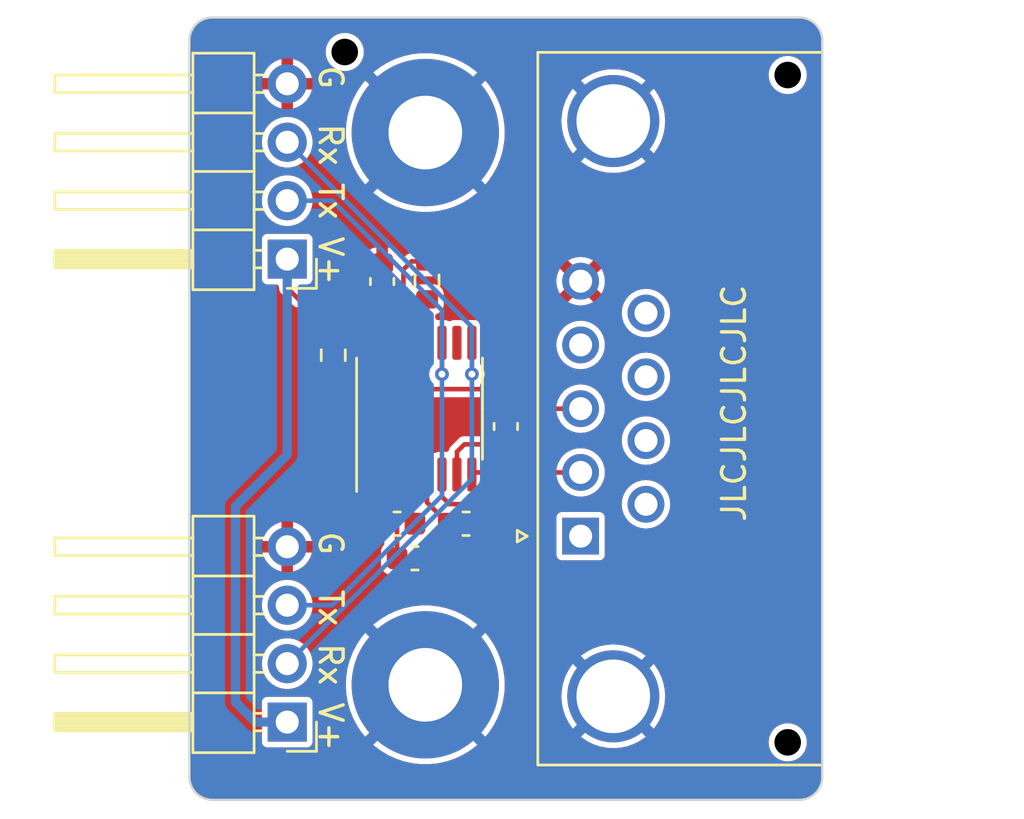
<source format=kicad_pcb>
(kicad_pcb (version 20221018) (generator pcbnew)
  (layers (0 "F.Cu" signal) (31 "B.Cu" signal) (34 "B.Paste" user) (35 "F.Paste" user) (36 "B.SilkS" user "B.Silkscreen") (37 "F.SilkS" user "F.Silkscreen") (38 "B.Mask" user) (39 "F.Mask" user) (44 "Edge.Cuts" user))
  (net 0 "")
  (net 1 "Net-(U1-C1+)")
  (net 2 "Net-(U1-C1-)")
  (net 3 "Net-(U1-C2+)")
  (net 4 "Net-(U1-C2-)")
  (net 5 "Net-(U1-V+)")
  (net 6 "GND")
  (net 7 "Net-(U1-V-)")
  (net 8 "+3.3V")
  (net 9 "/TTL_TX")
  (net 10 "/TTL_RX")
  (net 12 "/RS232_RX")
  (net 13 "/RS232_TX")
  (net 19 "/FORCEOFF")
  (net 20 "/FORCEON")
  (net 22 "/SHIELD")
  (footprint "Capacitor_SMD:C_0603_1608Metric" (layer "F.Cu") (at 161.275 74.25)
    (fp_text reference "C2")
    (fp_text value "0.1uF")
    (fp_line (start -0.14058 -0.51) (end 0.14058 -0.51) (stroke (width 0.12)) (layer "F.SilkS"))
    (fp_line (start -0.14058 0.51) (end 0.14058 0.51) (stroke (width 0.12)) (layer "F.SilkS"))
    (pad "1" smd roundrect (at -0.775 0) (size 0.9 0.95) (layers "F.Cu" "F.Paste" "F.Mask") (net 3 "Net-(U1-C2+)"))
    (pad "2" smd roundrect (at 0.775 0) (size 0.9 0.95) (layers "F.Cu" "F.Paste" "F.Mask") (net 4 "Net-(U1-C2-)"))
  )
  (footprint "MountingHole:MountingHole_3.2mm_M3_Pad" (layer "F.Cu") (at 159.5 81.25)
    (fp_text reference "H2")
    (fp_text value "MountingHole")
    (pad "1" thru_hole circle (at 0 0) (size 6.4 6.4) (drill 3.2) (layers "*.Cu" "*.Mask") (net 22 "/SHIELD"))
  )
  (footprint "parts:fiducial_jlcpcb_smt" (layer "F.Cu") (at 175.25 54.75)
    (fp_text reference "FID2")
    (fp_text value "Fiducial")
    (pad "" np_thru_hole circle (at 0 0) (size 1.3 1.3) (drill 1.154) (layers "*.Mask"))
  )
  (footprint "Connector_PinHeader_2.54mm:PinHeader_1x04_P2.54mm_Horizontal" (layer "F.Cu") (at 153.5 62.75 180)
    (fp_text reference "J1")
    (fp_text value "Conn_01x04")
    (fp_line (start -1.27 -1.27) (end 0 -1.27) (stroke (width 0.12)) (layer "F.SilkS"))
    (fp_line (start -1.27 0) (end -1.27 -1.27) (stroke (width 0.12)) (layer "F.SilkS"))
    (fp_line (start 1.042929 2.16) (end 1.44 2.16) (stroke (width 0.12)) (layer "F.SilkS"))
    (fp_line (start 1.042929 2.92) (end 1.44 2.92) (stroke (width 0.12)) (layer "F.SilkS"))
    (fp_line (start 1.042929 4.7) (end 1.44 4.7) (stroke (width 0.12)) (layer "F.SilkS"))
    (fp_line (start 1.042929 5.46) (end 1.44 5.46) (stroke (width 0.12)) (layer "F.SilkS"))
    (fp_line (start 1.042929 7.24) (end 1.44 7.24) (stroke (width 0.12)) (layer "F.SilkS"))
    (fp_line (start 1.042929 8) (end 1.44 8) (stroke (width 0.12)) (layer "F.SilkS"))
    (fp_line (start 1.11 -0.38) (end 1.44 -0.38) (stroke (width 0.12)) (layer "F.SilkS"))
    (fp_line (start 1.11 0.38) (end 1.44 0.38) (stroke (width 0.12)) (layer "F.SilkS"))
    (fp_line (start 1.44 -1.33) (end 1.44 8.95) (stroke (width 0.12)) (layer "F.SilkS"))
    (fp_line (start 1.44 1.27) (end 4.1 1.27) (stroke (width 0.12)) (layer "F.SilkS"))
    (fp_line (start 1.44 3.81) (end 4.1 3.81) (stroke (width 0.12)) (layer "F.SilkS"))
    (fp_line (start 1.44 6.35) (end 4.1 6.35) (stroke (width 0.12)) (layer "F.SilkS"))
    (fp_line (start 1.44 8.95) (end 4.1 8.95) (stroke (width 0.12)) (layer "F.SilkS"))
    (fp_line (start 4.1 -1.33) (end 1.44 -1.33) (stroke (width 0.12)) (layer "F.SilkS"))
    (fp_line (start 4.1 -0.38) (end 10.1 -0.38) (stroke (width 0.12)) (layer "F.SilkS"))
    (fp_line (start 4.1 -0.32) (end 10.1 -0.32) (stroke (width 0.12)) (layer "F.SilkS"))
    (fp_line (start 4.1 -0.2) (end 10.1 -0.2) (stroke (width 0.12)) (layer "F.SilkS"))
    (fp_line (start 4.1 -0.08) (end 10.1 -0.08) (stroke (width 0.12)) (layer "F.SilkS"))
    (fp_line (start 4.1 0.04) (end 10.1 0.04) (stroke (width 0.12)) (layer "F.SilkS"))
    (fp_line (start 4.1 0.16) (end 10.1 0.16) (stroke (width 0.12)) (layer "F.SilkS"))
    (fp_line (start 4.1 0.28) (end 10.1 0.28) (stroke (width 0.12)) (layer "F.SilkS"))
    (fp_line (start 4.1 2.16) (end 10.1 2.16) (stroke (width 0.12)) (layer "F.SilkS"))
    (fp_line (start 4.1 4.7) (end 10.1 4.7) (stroke (width 0.12)) (layer "F.SilkS"))
    (fp_line (start 4.1 7.24) (end 10.1 7.24) (stroke (width 0.12)) (layer "F.SilkS"))
    (fp_line (start 4.1 8.95) (end 4.1 -1.33) (stroke (width 0.12)) (layer "F.SilkS"))
    (fp_line (start 10.1 -0.38) (end 10.1 0.38) (stroke (width 0.12)) (layer "F.SilkS"))
    (fp_line (start 10.1 0.38) (end 4.1 0.38) (stroke (width 0.12)) (layer "F.SilkS"))
    (fp_line (start 10.1 2.16) (end 10.1 2.92) (stroke (width 0.12)) (layer "F.SilkS"))
    (fp_line (start 10.1 2.92) (end 4.1 2.92) (stroke (width 0.12)) (layer "F.SilkS"))
    (fp_line (start 10.1 4.7) (end 10.1 5.46) (stroke (width 0.12)) (layer "F.SilkS"))
    (fp_line (start 10.1 5.46) (end 4.1 5.46) (stroke (width 0.12)) (layer "F.SilkS"))
    (fp_line (start 10.1 7.24) (end 10.1 8) (stroke (width 0.12)) (layer "F.SilkS"))
    (fp_line (start 10.1 8) (end 4.1 8) (stroke (width 0.12)) (layer "F.SilkS"))
    (pad "1" thru_hole rect (at 0 0 180) (size 1.7 1.7) (drill 1) (layers "*.Cu" "*.Mask") (net 8 "+3.3V"))
    (pad "2" thru_hole oval (at 0 2.54 180) (size 1.7 1.7) (drill 1) (layers "*.Cu" "*.Mask") (net 9 "/TTL_TX"))
    (pad "3" thru_hole oval (at 0 5.08 180) (size 1.7 1.7) (drill 1) (layers "*.Cu" "*.Mask") (net 10 "/TTL_RX"))
    (pad "4" thru_hole oval (at 0 7.62 180) (size 1.7 1.7) (drill 1) (layers "*.Cu" "*.Mask") (net 6 "GND"))
  )
  (footprint "parts:fiducial_jlcpcb_smt" (layer "F.Cu") (at 156 53.75)
    (fp_text reference "FID3")
    (fp_text value "Fiducial")
    (pad "" np_thru_hole circle (at 0 0) (size 1.3 1.3) (drill 1.154) (layers "*.Mask"))
  )
  (footprint "Connector_Dsub:DSUB-9_Male_Horizontal_P2.77x2.84mm_EdgePinOffset7.70mm_Housed_MountingHolesOffset9.12mm" (layer "F.Cu") (at 166.25 74.79 90)
    (fp_text reference "J3")
    (fp_text value "DE9_Receptacle_MountingHoles")
    (fp_line (start -9.945 -1.86) (end 21.025 -1.86) (stroke (width 0.12)) (layer "F.SilkS"))
    (fp_line (start -9.945 10.48) (end -9.945 -1.86) (stroke (width 0.12)) (layer "F.SilkS"))
    (fp_line (start -0.25 -2.754338) (end 0.25 -2.754338) (stroke (width 0.12)) (layer "F.SilkS"))
    (fp_line (start 0 -2.321325) (end -0.25 -2.754338) (stroke (width 0.12)) (layer "F.SilkS"))
    (fp_line (start 0.25 -2.754338) (end 0 -2.321325) (stroke (width 0.12)) (layer "F.SilkS"))
    (fp_line (start 21.025 -1.86) (end 21.025 10.48) (stroke (width 0.12)) (layer "F.SilkS"))
    (pad "0" thru_hole circle (at -6.96 1.42 90) (size 4 4) (drill 3.2) (layers "*.Cu" "*.Mask") (net 22 "/SHIELD"))
    (pad "0" thru_hole circle (at 18.04 1.42 90) (size 4 4) (drill 3.2) (layers "*.Cu" "*.Mask") (net 22 "/SHIELD"))
    (pad "1" thru_hole rect (at 0 0 90) (size 1.6 1.6) (drill 1) (layers "*.Cu" "*.Mask"))
    (pad "2" thru_hole circle (at 2.77 0 90) (size 1.6 1.6) (drill 1) (layers "*.Cu" "*.Mask") (net 12 "/RS232_RX"))
    (pad "3" thru_hole circle (at 5.54 0 90) (size 1.6 1.6) (drill 1) (layers "*.Cu" "*.Mask") (net 13 "/RS232_TX"))
    (pad "4" thru_hole circle (at 8.31 0 90) (size 1.6 1.6) (drill 1) (layers "*.Cu" "*.Mask"))
    (pad "5" thru_hole circle (at 11.08 0 90) (size 1.6 1.6) (drill 1) (layers "*.Cu" "*.Mask") (net 6 "GND"))
    (pad "6" thru_hole circle (at 1.385 2.84 90) (size 1.6 1.6) (drill 1) (layers "*.Cu" "*.Mask"))
    (pad "7" thru_hole circle (at 4.155 2.84 90) (size 1.6 1.6) (drill 1) (layers "*.Cu" "*.Mask"))
    (pad "8" thru_hole circle (at 6.925 2.84 90) (size 1.6 1.6) (drill 1) (layers "*.Cu" "*.Mask"))
    (pad "9" thru_hole circle (at 9.695 2.84 90) (size 1.6 1.6) (drill 1) (layers "*.Cu" "*.Mask"))
  )
  (footprint "Connector_PinHeader_2.54mm:PinHeader_1x04_P2.54mm_Horizontal" (layer "F.Cu") (at 153.5 82.87 180)
    (fp_text reference "J2")
    (fp_text value "Conn_01x04")
    (fp_line (start -1.27 -1.27) (end 0 -1.27) (stroke (width 0.12)) (layer "F.SilkS"))
    (fp_line (start -1.27 0) (end -1.27 -1.27) (stroke (width 0.12)) (layer "F.SilkS"))
    (fp_line (start 1.042929 2.16) (end 1.44 2.16) (stroke (width 0.12)) (layer "F.SilkS"))
    (fp_line (start 1.042929 2.92) (end 1.44 2.92) (stroke (width 0.12)) (layer "F.SilkS"))
    (fp_line (start 1.042929 4.7) (end 1.44 4.7) (stroke (width 0.12)) (layer "F.SilkS"))
    (fp_line (start 1.042929 5.46) (end 1.44 5.46) (stroke (width 0.12)) (layer "F.SilkS"))
    (fp_line (start 1.042929 7.24) (end 1.44 7.24) (stroke (width 0.12)) (layer "F.SilkS"))
    (fp_line (start 1.042929 8) (end 1.44 8) (stroke (width 0.12)) (layer "F.SilkS"))
    (fp_line (start 1.11 -0.38) (end 1.44 -0.38) (stroke (width 0.12)) (layer "F.SilkS"))
    (fp_line (start 1.11 0.38) (end 1.44 0.38) (stroke (width 0.12)) (layer "F.SilkS"))
    (fp_line (start 1.44 -1.33) (end 1.44 8.95) (stroke (width 0.12)) (layer "F.SilkS"))
    (fp_line (start 1.44 1.27) (end 4.1 1.27) (stroke (width 0.12)) (layer "F.SilkS"))
    (fp_line (start 1.44 3.81) (end 4.1 3.81) (stroke (width 0.12)) (layer "F.SilkS"))
    (fp_line (start 1.44 6.35) (end 4.1 6.35) (stroke (width 0.12)) (layer "F.SilkS"))
    (fp_line (start 1.44 8.95) (end 4.1 8.95) (stroke (width 0.12)) (layer "F.SilkS"))
    (fp_line (start 4.1 -1.33) (end 1.44 -1.33) (stroke (width 0.12)) (layer "F.SilkS"))
    (fp_line (start 4.1 -0.38) (end 10.1 -0.38) (stroke (width 0.12)) (layer "F.SilkS"))
    (fp_line (start 4.1 -0.32) (end 10.1 -0.32) (stroke (width 0.12)) (layer "F.SilkS"))
    (fp_line (start 4.1 -0.2) (end 10.1 -0.2) (stroke (width 0.12)) (layer "F.SilkS"))
    (fp_line (start 4.1 -0.08) (end 10.1 -0.08) (stroke (width 0.12)) (layer "F.SilkS"))
    (fp_line (start 4.1 0.04) (end 10.1 0.04) (stroke (width 0.12)) (layer "F.SilkS"))
    (fp_line (start 4.1 0.16) (end 10.1 0.16) (stroke (width 0.12)) (layer "F.SilkS"))
    (fp_line (start 4.1 0.28) (end 10.1 0.28) (stroke (width 0.12)) (layer "F.SilkS"))
    (fp_line (start 4.1 2.16) (end 10.1 2.16) (stroke (width 0.12)) (layer "F.SilkS"))
    (fp_line (start 4.1 4.7) (end 10.1 4.7) (stroke (width 0.12)) (layer "F.SilkS"))
    (fp_line (start 4.1 7.24) (end 10.1 7.24) (stroke (width 0.12)) (layer "F.SilkS"))
    (fp_line (start 4.1 8.95) (end 4.1 -1.33) (stroke (width 0.12)) (layer "F.SilkS"))
    (fp_line (start 10.1 -0.38) (end 10.1 0.38) (stroke (width 0.12)) (layer "F.SilkS"))
    (fp_line (start 10.1 0.38) (end 4.1 0.38) (stroke (width 0.12)) (layer "F.SilkS"))
    (fp_line (start 10.1 2.16) (end 10.1 2.92) (stroke (width 0.12)) (layer "F.SilkS"))
    (fp_line (start 10.1 2.92) (end 4.1 2.92) (stroke (width 0.12)) (layer "F.SilkS"))
    (fp_line (start 10.1 4.7) (end 10.1 5.46) (stroke (width 0.12)) (layer "F.SilkS"))
    (fp_line (start 10.1 5.46) (end 4.1 5.46) (stroke (width 0.12)) (layer "F.SilkS"))
    (fp_line (start 10.1 7.24) (end 10.1 8) (stroke (width 0.12)) (layer "F.SilkS"))
    (fp_line (start 10.1 8) (end 4.1 8) (stroke (width 0.12)) (layer "F.SilkS"))
    (pad "1" thru_hole rect (at 0 0 180) (size 1.7 1.7) (drill 1) (layers "*.Cu" "*.Mask") (net 8 "+3.3V"))
    (pad "2" thru_hole oval (at 0 2.54 180) (size 1.7 1.7) (drill 1) (layers "*.Cu" "*.Mask") (net 10 "/TTL_RX"))
    (pad "3" thru_hole oval (at 0 5.08 180) (size 1.7 1.7) (drill 1) (layers "*.Cu" "*.Mask") (net 9 "/TTL_TX"))
    (pad "4" thru_hole oval (at 0 7.62 180) (size 1.7 1.7) (drill 1) (layers "*.Cu" "*.Mask") (net 6 "GND"))
  )
  (footprint "Capacitor_SMD:C_0603_1608Metric" (layer "F.Cu") (at 163 70.025 90)
    (fp_text reference "C4")
    (fp_text value "0.1uF")
    (fp_line (start -0.14058 -0.51) (end 0.14058 -0.51) (stroke (width 0.12)) (layer "F.SilkS"))
    (fp_line (start -0.14058 0.51) (end 0.14058 0.51) (stroke (width 0.12)) (layer "F.SilkS"))
    (pad "1" smd roundrect (at -0.775 0 90) (size 0.9 0.95) (layers "F.Cu" "F.Paste" "F.Mask") (net 7 "Net-(U1-V-)"))
    (pad "2" smd roundrect (at 0.775 0 90) (size 0.9 0.95) (layers "F.Cu" "F.Paste" "F.Mask") (net 6 "GND"))
  )
  (footprint "parts:fiducial_jlcpcb_smt" (layer "F.Cu") (at 175.25 83.75)
    (fp_text reference "FID1")
    (fp_text value "Fiducial")
    (pad "" np_thru_hole circle (at 0 0) (size 1.3 1.3) (drill 1.154) (layers "*.Mask"))
  )
  (footprint "Package_SO:TSSOP-16_4.4x5mm_P0.65mm" (layer "F.Cu") (at 159.25 69.25 90)
    (fp_text reference "U1")
    (fp_text value "MAX3221")
    (fp_line (start 0 -2.735) (end -3.6 -2.735) (stroke (width 0.12)) (layer "F.SilkS"))
    (fp_line (start 0 -2.735) (end 2.2 -2.735) (stroke (width 0.12)) (layer "F.SilkS"))
    (fp_line (start 0 2.735) (end -2.2 2.735) (stroke (width 0.12)) (layer "F.SilkS"))
    (fp_line (start 0 2.735) (end 2.2 2.735) (stroke (width 0.12)) (layer "F.SilkS"))
    (pad "1" smd roundrect (at -2.8625 -2.275 90) (size 1.475 0.4) (layers "F.Cu" "F.Paste" "F.Mask") (net 6 "GND"))
    (pad "2" smd roundrect (at -2.8625 -1.625 90) (size 1.475 0.4) (layers "F.Cu" "F.Paste" "F.Mask") (net 1 "Net-(U1-C1+)"))
    (pad "3" smd roundrect (at -2.8625 -0.975 90) (size 1.475 0.4) (layers "F.Cu" "F.Paste" "F.Mask") (net 5 "Net-(U1-V+)"))
    (pad "4" smd roundrect (at -2.8625 -0.325 90) (size 1.475 0.4) (layers "F.Cu" "F.Paste" "F.Mask") (net 2 "Net-(U1-C1-)"))
    (pad "5" smd roundrect (at -2.8625 0.325 90) (size 1.475 0.4) (layers "F.Cu" "F.Paste" "F.Mask") (net 3 "Net-(U1-C2+)"))
    (pad "6" smd roundrect (at -2.8625 0.975 90) (size 1.475 0.4) (layers "F.Cu" "F.Paste" "F.Mask") (net 4 "Net-(U1-C2-)"))
    (pad "7" smd roundrect (at -2.8625 1.625 90) (size 1.475 0.4) (layers "F.Cu" "F.Paste" "F.Mask") (net 7 "Net-(U1-V-)"))
    (pad "8" smd roundrect (at -2.8625 2.275 90) (size 1.475 0.4) (layers "F.Cu" "F.Paste" "F.Mask") (net 12 "/RS232_RX"))
    (pad "9" smd roundrect (at 2.8625 2.275 90) (size 1.475 0.4) (layers "F.Cu" "F.Paste" "F.Mask") (net 10 "/TTL_RX"))
    (pad "10" smd roundrect (at 2.8625 1.625 90) (size 1.475 0.4) (layers "F.Cu" "F.Paste" "F.Mask"))
    (pad "11" smd roundrect (at 2.8625 0.975 90) (size 1.475 0.4) (layers "F.Cu" "F.Paste" "F.Mask") (net 9 "/TTL_TX"))
    (pad "12" smd roundrect (at 2.8625 0.325 90) (size 1.475 0.4) (layers "F.Cu" "F.Paste" "F.Mask") (net 20 "/FORCEON"))
    (pad "13" smd roundrect (at 2.8625 -0.325 90) (size 1.475 0.4) (layers "F.Cu" "F.Paste" "F.Mask") (net 13 "/RS232_TX"))
    (pad "14" smd roundrect (at 2.8625 -0.975 90) (size 1.475 0.4) (layers "F.Cu" "F.Paste" "F.Mask") (net 6 "GND"))
    (pad "15" smd roundrect (at 2.8625 -1.625 90) (size 1.475 0.4) (layers "F.Cu" "F.Paste" "F.Mask") (net 8 "+3.3V"))
    (pad "16" smd roundrect (at 2.8625 -2.275 90) (size 1.475 0.4) (layers "F.Cu" "F.Paste" "F.Mask") (net 19 "/FORCEOFF"))
  )
  (footprint "Capacitor_SMD:C_0603_1608Metric" (layer "F.Cu") (at 157.625 63.725 90)
    (fp_text reference "C5")
    (fp_text value "0.1uF")
    (fp_line (start -0.14058 -0.51) (end 0.14058 -0.51) (stroke (width 0.12)) (layer "F.SilkS"))
    (fp_line (start -0.14058 0.51) (end 0.14058 0.51) (stroke (width 0.12)) (layer "F.SilkS"))
    (pad "1" smd roundrect (at -0.775 0 90) (size 0.9 0.95) (layers "F.Cu" "F.Paste" "F.Mask") (net 8 "+3.3V"))
    (pad "2" smd roundrect (at 0.775 0 90) (size 0.9 0.95) (layers "F.Cu" "F.Paste" "F.Mask") (net 6 "GND"))
  )
  (footprint "Resistor_SMD:R_0603_1608Metric" (layer "F.Cu") (at 155.5 66.925 -90)
    (fp_text reference "R1")
    (fp_text value "10k")
    (fp_line (start -0.237258 -0.5225) (end 0.237258 -0.5225) (stroke (width 0.12)) (layer "F.SilkS"))
    (fp_line (start -0.237258 0.5225) (end 0.237258 0.5225) (stroke (width 0.12)) (layer "F.SilkS"))
    (pad "1" smd roundrect (at -0.825 0 270) (size 0.8 0.95) (layers "F.Cu" "F.Paste" "F.Mask") (net 8 "+3.3V"))
    (pad "2" smd roundrect (at 0.825 0 270) (size 0.8 0.95) (layers "F.Cu" "F.Paste" "F.Mask") (net 19 "/FORCEOFF"))
  )
  (footprint "Capacitor_SMD:C_0603_1608Metric" (layer "F.Cu") (at 159.05 75.75)
    (fp_text reference "C3")
    (fp_text value "0.1uF")
    (fp_line (start -0.14058 -0.51) (end 0.14058 -0.51) (stroke (width 0.12)) (layer "F.SilkS"))
    (fp_line (start -0.14058 0.51) (end 0.14058 0.51) (stroke (width 0.12)) (layer "F.SilkS"))
    (pad "1" smd roundrect (at -0.775 0) (size 0.9 0.95) (layers "F.Cu" "F.Paste" "F.Mask") (net 5 "Net-(U1-V+)"))
    (pad "2" smd roundrect (at 0.775 0) (size 0.9 0.95) (layers "F.Cu" "F.Paste" "F.Mask") (net 6 "GND"))
  )
  (footprint "Resistor_SMD:R_0603_1608Metric" (layer "F.Cu") (at 159.575 63.675 -90)
    (fp_text reference "R2")
    (fp_text value "10k")
    (fp_line (start -0.237258 -0.5225) (end 0.237258 -0.5225) (stroke (width 0.12)) (layer "F.SilkS"))
    (fp_line (start -0.237258 0.5225) (end 0.237258 0.5225) (stroke (width 0.12)) (layer "F.SilkS"))
    (pad "1" smd roundrect (at -0.825 0 270) (size 0.8 0.95) (layers "F.Cu" "F.Paste" "F.Mask") (net 8 "+3.3V"))
    (pad "2" smd roundrect (at 0.825 0 270) (size 0.8 0.95) (layers "F.Cu" "F.Paste" "F.Mask") (net 20 "/FORCEON"))
  )
  (footprint "Capacitor_SMD:C_0603_1608Metric" (layer "F.Cu") (at 158.275 74.25)
    (fp_text reference "C1")
    (fp_text value "0.1uF")
    (fp_line (start -0.14058 -0.51) (end 0.14058 -0.51) (stroke (width 0.12)) (layer "F.SilkS"))
    (fp_line (start -0.14058 0.51) (end 0.14058 0.51) (stroke (width 0.12)) (layer "F.SilkS"))
    (pad "1" smd roundrect (at -0.775 0) (size 0.9 0.95) (layers "F.Cu" "F.Paste" "F.Mask") (net 1 "Net-(U1-C1+)"))
    (pad "2" smd roundrect (at 0.775 0) (size 0.9 0.95) (layers "F.Cu" "F.Paste" "F.Mask") (net 2 "Net-(U1-C1-)"))
  )
  (footprint "MountingHole:MountingHole_3.2mm_M3_Pad" (layer "F.Cu") (at 159.5 57.25)
    (fp_text reference "H1")
    (fp_text value "MountingHole")
    (pad "1" thru_hole circle (at 0 0) (size 6.4 6.4) (drill 3.2) (layers "*.Cu" "*.Mask") (net 22 "/SHIELD"))
  )
  (gr_line (start 175.75 52.25) (end 150.25 52.25) (stroke (width 0.1)) (layer "Edge.Cuts"))
  (gr_arc (start 175.75 52.25) (mid 176.457107 52.542893) (end 176.75 53.25) (stroke (width 0.1)) (layer "Edge.Cuts"))
  (gr_arc (start 149.25 53.25) (mid 149.542893 52.542893) (end 150.25 52.25) (stroke (width 0.1)) (layer "Edge.Cuts"))
  (gr_line (start 150.25 86.25) (end 175.75 86.25) (stroke (width 0.1)) (layer "Edge.Cuts"))
  (gr_line (start 176.75 53.25) (end 176.75 85.25) (stroke (width 0.1)) (layer "Edge.Cuts"))
  (gr_arc (start 150.25 86.25) (mid 149.542893 85.957107) (end 149.25 85.25) (stroke (width 0.1)) (layer "Edge.Cuts"))
  (gr_line (start 149.25 53.25) (end 149.25 85.25) (stroke (width 0.1)) (layer "Edge.Cuts"))
  (gr_arc (start 176.75 85.25) (mid 176.457107 85.957107) (end 175.75 86.25) (stroke (width 0.1)) (layer "Edge.Cuts"))
  (gr_text "G  Tx Rx V+" (at 154.8 74.5 270) (layer "F.SilkS") (effects (font (size 1 1)) (justify left bottom)))
  (gr_text "JLCJLCJLCJLC" (at 173.5 74.25 90) (layer "F.SilkS") (effects (font (size 1 1)) (justify left bottom)))
  (gr_text "G  Rx Tx V+" (at 154.8 54.25 270) (layer "F.SilkS") (effects (font (size 1 1)) (justify left bottom)))
  (segment (start 157.625 72.1125) (end 157.625 74.125) (width 0.2) (layer "F.Cu") (net 1))
  (segment (start 158.925 72.1125) (end 158.925 74.125) (width 0.2) (layer "F.Cu") (net 2))
  (segment (start 159.575 73.325) (end 160.5 74.25) (width 0.2) (layer "F.Cu") (net 3))
  (segment (start 159.575 72.1125) (end 159.575 73.325) (width 0.2) (layer "F.Cu") (net 3))
  (segment (start 161.2 73.4) (end 162.05 74.25) (width 0.2) (layer "F.Cu") (net 4))
  (segment (start 160.225 73.075) (end 160.55 73.4) (width 0.2) (layer "F.Cu") (net 4))
  (segment (start 160.225 72.1125) (end 160.225 73.075) (width 0.2) (layer "F.Cu") (net 4))
  (segment (start 160.55 73.4) (end 161.2 73.4) (width 0.2) (layer "F.Cu") (net 4))
  (segment (start 158.275 75.75) (end 158.275 72.1125) (width 0.2) (layer "F.Cu") (net 5))
  (segment (start 161.2 70.8) (end 163 70.8) (width 0.2) (layer "F.Cu") (net 7))
  (segment (start 160.875 71.125) (end 161.2 70.8) (width 0.2) (layer "F.Cu") (net 7))
  (segment (start 160.875 72.1125) (end 160.875 71.125) (width 0.2) (layer "F.Cu") (net 7))
  (segment (start 155.75 64.5) (end 155.5 64.5) (width 0.2) (layer "F.Cu") (net 8))
  (segment (start 157.625 64.5) (end 158.25 64.5) (width 0.2) (layer "F.Cu") (net 8))
  (segment (start 158.25 64.5) (end 158.55 64.2) (width 0.2) (layer "F.Cu") (net 8))
  (segment (start 158.9 62.85) (end 159.575 62.85) (width 0.2) (layer "F.Cu") (net 8))
  (segment (start 158.55 63.2) (end 158.9 62.85) (width 0.2) (layer "F.Cu") (net 8))
  (segment (start 155.5 66.1) (end 155.5 64.75) (width 0.2) (layer "F.Cu") (net 8))
  (segment (start 155.25 64.5) (end 155.5 64.75) (width 0.2) (layer "F.Cu") (net 8))
  (segment (start 155.25 64.5) (end 154 64.5) (width 0.2) (layer "F.Cu") (net 8))
  (segment (start 155.5 64.5) (end 155.25 64.5) (width 0.2) (layer "F.Cu") (net 8))
  (segment (start 155.5 64.75) (end 155.5 64.5) (width 0.2) (layer "F.Cu") (net 8))
  (segment (start 157.625 64.5) (end 157.625 66.3875) (width 0.2) (layer "F.Cu") (net 8))
  (segment (start 157.625 64.5) (end 155.75 64.5) (width 0.2) (layer "F.Cu") (net 8))
  (segment (start 154 64.5) (end 153.5 64) (width 0.2) (layer "F.Cu") (net 8))
  (segment (start 158.55 64.2) (end 158.55 63.2) (width 0.2) (layer "F.Cu") (net 8))
  (segment (start 153.5 64) (end 153.5 62.75) (width 0.2) (layer "F.Cu") (net 8))
  (segment (start 155.75 64.5) (end 155.5 64.75) (width 0.2) (layer "F.Cu") (net 8))
  (segment (start 152.12 82.87) (end 151.25 82) (width 0.4) (layer "B.Cu") (net 8))
  (segment (start 153.5 71.25) (end 153.5 62.75) (width 0.4) (layer "B.Cu") (net 8))
  (segment (start 153.5 82.87) (end 152.12 82.87) (width 0.4) (layer "B.Cu") (net 8))
  (segment (start 151.25 82) (end 151.25 73.5) (width 0.4) (layer "B.Cu") (net 8))
  (segment (start 151.25 73.5) (end 153.5 71.25) (width 0.4) (layer "B.Cu") (net 8))
  (segment (start 160.225 66.3875) (end 160.225 67.75) (width 0.2) (layer "F.Cu") (net 9))
  (via (at 160.225 67.75) (size 0.6) (drill 0.3) (layers "F.Cu" "B.Cu") (net 9))
  (segment (start 155.46 60.21) (end 160.225 64.975) (width 0.2) (layer "B.Cu") (net 9))
  (segment (start 160.225 73.025) (end 160.225 67.75) (width 0.2) (layer "B.Cu") (net 9))
  (segment (start 153.5 77.79) (end 155.46 77.79) (width 0.2) (layer "B.Cu") (net 9))
  (segment (start 153.5 60.21) (end 155.46 60.21) (width 0.2) (layer "B.Cu") (net 9))
  (segment (start 160.225 64.975) (end 160.225 67.75) (width 0.2) (layer "B.Cu") (net 9))
  (segment (start 155.46 77.79) (end 160.225 73.025) (width 0.2) (layer "B.Cu") (net 9))
  (segment (start 161.525 66.3875) (end 161.525 67.75) (width 0.2) (layer "F.Cu") (net 10))
  (via (at 161.525 67.75) (size 0.6) (drill 0.3) (layers "F.Cu" "B.Cu") (net 10))
  (segment (start 153.5 80.33) (end 161.525 72.305) (width 0.2) (layer "B.Cu") (net 10))
  (segment (start 161.525 65.695) (end 161.525 67.75) (width 0.2) (layer "B.Cu") (net 10))
  (segment (start 153.5 57.67) (end 161.525 65.695) (width 0.2) (layer "B.Cu") (net 10))
  (segment (start 161.525 72.305) (end 161.525 67.75) (width 0.2) (layer "B.Cu") (net 10))
  (segment (start 161.6175 72.02) (end 161.525 72.1125) (width 0.2) (layer "F.Cu") (net 12))
  (segment (start 166.25 72.02) (end 161.6175 72.02) (width 0.2) (layer "F.Cu") (net 12))
  (segment (start 158.925 66.3875) (end 158.925 67.775) (width 0.2) (layer "F.Cu") (net 13))
  (segment (start 158.925 67.775) (end 159.55 68.4) (width 0.2) (layer "F.Cu") (net 13))
  (segment (start 159.55 68.4) (end 164.15 68.4) (width 0.2) (layer "F.Cu") (net 13))
  (segment (start 165 69.25) (end 166.25 69.25) (width 0.2) (layer "F.Cu") (net 13))
  (segment (start 164.15 68.4) (end 165 69.25) (width 0.2) (layer "F.Cu") (net 13))
  (segment (start 156.625 67.75) (end 155.5 67.75) (width 0.2) (layer "F.Cu") (net 19))
  (segment (start 156.975 67.4) (end 156.625 67.75) (width 0.2) (layer "F.Cu") (net 19))
  (segment (start 156.975 66.3875) (end 156.975 67.4) (width 0.2) (layer "F.Cu") (net 19))
  (segment (start 159.575 64.5) (end 159.575 66.3875) (width 0.2) (layer "F.Cu") (net 20))
  (zone (net 6) (net_name "GND") (layer "F.Cu") (connect_pads (clearance 0.25)) (min_thickness 0.25) (fill yes (thermal_gap 0.25) (thermal_bridge_width 0.5))
    (polygon (pts (xy 149.25 86.25) (xy 149.25 52.25) (xy 176.75 52.25) (xy 176.75 86.25)))
  )
  (zone (net 22) (net_name "/SHIELD") (layer "B.Cu") (priority 1) (connect_pads (clearance 0.25)) (min_thickness 0.25) (fill yes (thermal_gap 0.25) (thermal_bridge_width 0.5))
    (polygon (pts (xy 149.25 52.25) (xy 176.75 52.25) (xy 176.75 86.25) (xy 149.25 86.25)))
  )
)
</source>
